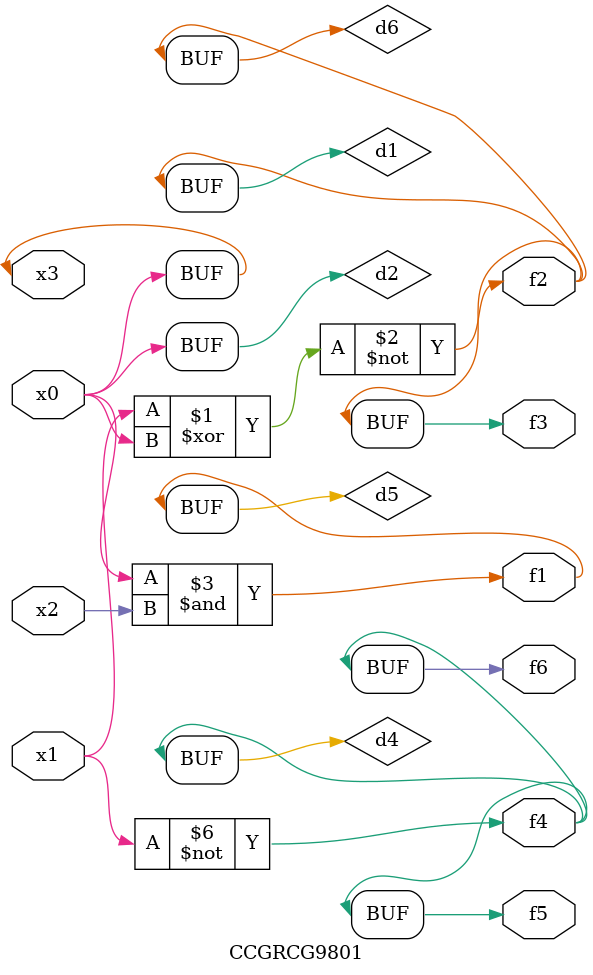
<source format=v>
module CCGRCG9801(
	input x0, x1, x2, x3,
	output f1, f2, f3, f4, f5, f6
);

	wire d1, d2, d3, d4, d5, d6;

	xnor (d1, x1, x3);
	buf (d2, x0, x3);
	nand (d3, x0, x2);
	not (d4, x1);
	nand (d5, d3);
	or (d6, d1);
	assign f1 = d5;
	assign f2 = d6;
	assign f3 = d6;
	assign f4 = d4;
	assign f5 = d4;
	assign f6 = d4;
endmodule

</source>
